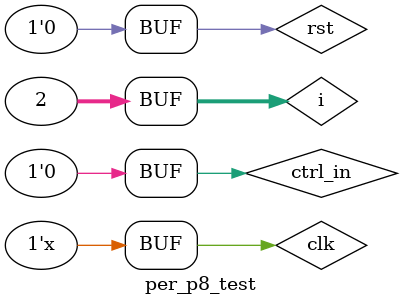
<source format=v>

module per_p2_test;
    parameter CLOCK_TIME = 5.0;
    parameter DATA_WIDTH = 16;
    parameter N = 256;
    parameter DP = 2;
	// Inputs
	reg clk;
	reg rst;
	reg [DATA_WIDTH-1:0] data_in [DP-1:0];
	reg ctrl_in;

	// Outputs
	wire [DATA_WIDTH-1:0] data_out [DP-1:0];
	wire ctrl_out;

	// Instantiate the Unit Under Test (UUT)
	
    per_dp2_0_r per_instance(
    //ingressStage_p2 ingress_inst(
    //egressStage_p2 ingress_inst(
    //mem_stage_dp2 mem_stage_inst(
    .inData_0(data_in[0]),
    .inData_1(data_in[1]),
    .outData_0(data_out[0]),
    .outData_1(data_out[1]),
    .in_start(ctrl_in),                        
    .out_start(ctrl_out),                       
    .clk(clk),                             
    .rst(rst)                              
    );  
    
	integer i;
	always #(CLOCK_TIME/2) clk=~clk;
	
	initial begin
		// Initialize Inputs
		clk = 0;
		rst = 1;
		data_in[0] = {DATA_WIDTH{1'b0}};
		data_in[1] = {DATA_WIDTH{1'b0}};
		ctrl_in = 0;

		// Wait 100 ns for global reset to finish
		#100;
		#3.0;
		rst = 0;
		data_in[0] = 0;
		data_in[1] = 0;
		ctrl_in = 1;
		
		for(i=0; i<N/DP; i=i+1)begin
		  #CLOCK_TIME;
		  data_in[0] = 2*i;
		  data_in[1] = 2*i+1;
		  ctrl_in = 0;
		end
		
		  
		ctrl_in = 1;		  
        
		for(i=0; i<N/DP; i=i+1)begin
		  #CLOCK_TIME;
		  data_in[0] = 2*i+0;
		  data_in[1] = 2*i+1;
		  ctrl_in = 0;
		end
		// Add stimulus here

	end
      
endmodule


module per_p4_test;
    parameter CLOCK_TIME = 5.0;
    parameter DATA_WIDTH = 16;
    parameter SIZE = 256;
    parameter DP = 4;
	// Inputs
	reg clk;
	reg rst;
	reg [DATA_WIDTH-1:0] data_in [DP-1:0];
	reg ctrl_in;

	// Outputs
	wire [DATA_WIDTH-1:0] data_out [DP-1:0];
	wire ctrl_out;

	// Instantiate the Unit Under Test (UUT)
	per_dp4_0_r per_instance(
    //per_dp4_256_r per_instance(
    //ingressStage_p2 ingress_inst(
    //egressStage_p2 ingress_inst(
    //mem_stage_dp2 mem_stage_inst(
    .inData_0(data_in[0]),
    .inData_1(data_in[1]),
	.inData_2(data_in[2]),
    .inData_3(data_in[3]),
    .outData_0(data_out[0]),
    .outData_1(data_out[1]),
	.outData_2(data_out[2]),
    .outData_3(data_out[3]),
    .in_start(ctrl_in),                        
    .out_start(ctrl_out),                       
    .clk(clk),                             
    .rst(rst)                              
    );  
    
	integer i;
	always #(CLOCK_TIME/2) clk=~clk;
	
	initial begin
		// Initialize Inputs
		clk = 0;
		rst = 1;
		data_in[0] = {DATA_WIDTH{1'b0}};
		data_in[1] = {DATA_WIDTH{1'b0}};
		data_in[2] = {DATA_WIDTH{1'b0}};
		data_in[3] = {DATA_WIDTH{1'b0}};
		ctrl_in = 0;

		// Wait 100 ns for global reset to finish
		#100;
		#3.0;
		rst = 0;
		data_in[0] = 0;
		data_in[1] = 0;
		data_in[2] = {DATA_WIDTH{1'b0}};
		data_in[3] = {DATA_WIDTH{1'b0}};
		ctrl_in = 1;
		
		for(i=0; i<SIZE/DP; i=i+1)begin
		  #CLOCK_TIME;
		  data_in[0] = 4*i;
		  data_in[1] = 4*i+1;
		  data_in[2] = 4*i+2;
		  data_in[3] = 4*i+3;
		  ctrl_in = 0;
		end
		  
		ctrl_in = 1;		  
        
		for(i=0; i<SIZE/DP; i=i+1)begin
		  #CLOCK_TIME;
		  data_in[0] = 4*i;
		  data_in[1] = 4*i+1;
		  data_in[2] = 4*i+2;
		  data_in[3] = 4*i+3;
		  ctrl_in = 0;
		end
		// Add stimulus here

	end
      
endmodule



module per_p8_test;
    parameter CLOCK_TIME = 5.0;
    parameter DATA_WIDTH = 16;
    parameter SIZE = 16;
    parameter DP = 8;
	// Inputs
	reg clk;
	reg rst;
	reg [DATA_WIDTH-1:0] data_in [DP-1:0];
	reg ctrl_in;

	// Outputs
	wire [DATA_WIDTH-1:0] data_out [DP-1:0];
	wire ctrl_out;

	// Instantiate the Unit Under Test (UUT)
	per_dp8_888_r per_instance(
    //per_dp4_256_r per_instance(
    //ingressStage_p2 ingress_inst(
    //egressStage_p2 ingress_inst(
    //mem_stage_dp2 mem_stage_inst(
    .inData_0(data_in[0]),
    .inData_1(data_in[1]),
	.inData_2(data_in[2]),
    .inData_3(data_in[3]),
    .inData_4(data_in[4]),
    .inData_5(data_in[5]),
    .inData_6(data_in[6]),
    .inData_7(data_in[7]),
    .outData_0(data_out[0]),
    .outData_1(data_out[1]),
	.outData_2(data_out[2]),
    .outData_3(data_out[3]),
    .outData_4(data_out[4]),
    .outData_5(data_out[5]),
    .outData_6(data_out[6]),
    .outData_7(data_out[7]),
    .in_start(ctrl_in),                        
    .out_start(ctrl_out),                       
    .clk(clk),                             
    .rst(rst)                              
    );  
    
	integer i;
	always #(CLOCK_TIME/2) clk=~clk;
	
	initial begin
		// Initialize Inputs
		clk = 0;
		rst = 1;
		data_in[0] = {DATA_WIDTH{1'b0}};
		data_in[1] = {DATA_WIDTH{1'b0}};
		data_in[2] = {DATA_WIDTH{1'b0}};
		data_in[3] = {DATA_WIDTH{1'b0}};
		data_in[4] = {DATA_WIDTH{1'b0}};
        data_in[5] = {DATA_WIDTH{1'b0}};
        data_in[6] = {DATA_WIDTH{1'b0}};
        data_in[7] = {DATA_WIDTH{1'b0}};
		ctrl_in = 0;

		// Wait 100 ns for global reset to finish
		#100;
		#3.0;
		rst = 0;
		data_in[0] = {DATA_WIDTH{1'b0}};
        data_in[1] = {DATA_WIDTH{1'b0}};
        data_in[2] = {DATA_WIDTH{1'b0}};
        data_in[3] = {DATA_WIDTH{1'b0}};
        data_in[4] = {DATA_WIDTH{1'b0}};
        data_in[5] = {DATA_WIDTH{1'b0}};
        data_in[6] = {DATA_WIDTH{1'b0}};
        data_in[7] = {DATA_WIDTH{1'b0}};
		ctrl_in = 1;
		
		for(i=0; i<SIZE/DP; i=i+1)begin
		  #CLOCK_TIME;
		  data_in[0] = DP*i;
          data_in[1] = DP*i+1;
          data_in[2] = DP*i+2;
          data_in[3] = DP*i+3;
          data_in[4] = DP*i+4;
          data_in[5] = DP*i+5;
          data_in[6] = DP*i+6;
          data_in[7] = DP*i+7;
		  ctrl_in = 0;
		end
		  
		ctrl_in = 1;		  
        
		for(i=0; i<SIZE/DP; i=i+1)begin
		  #CLOCK_TIME;
		  data_in[0] = DP*i;
          data_in[1] = DP*i+1;
          data_in[2] = DP*i+2;
          data_in[3] = DP*i+3;
          data_in[4] = DP*i+4;
          data_in[5] = DP*i+5;
          data_in[6] = DP*i+6;
          data_in[7] = DP*i+7;
		  ctrl_in = 0;
		end
		// Add stimulus here

	end
      
endmodule
</source>
